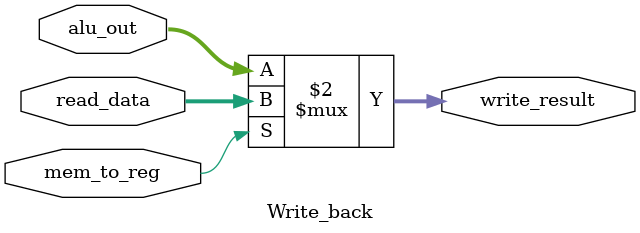
<source format=v>
`timescale 100fs/100fs
module Write_back
    (
        input signed [31:0] alu_out,
        input signed [31:0] read_data,
        input mem_to_reg,
        output signed [31:0] write_result
    );
    assign write_result = (mem_to_reg==1'b1) ? read_data : alu_out;
endmodule
</source>
